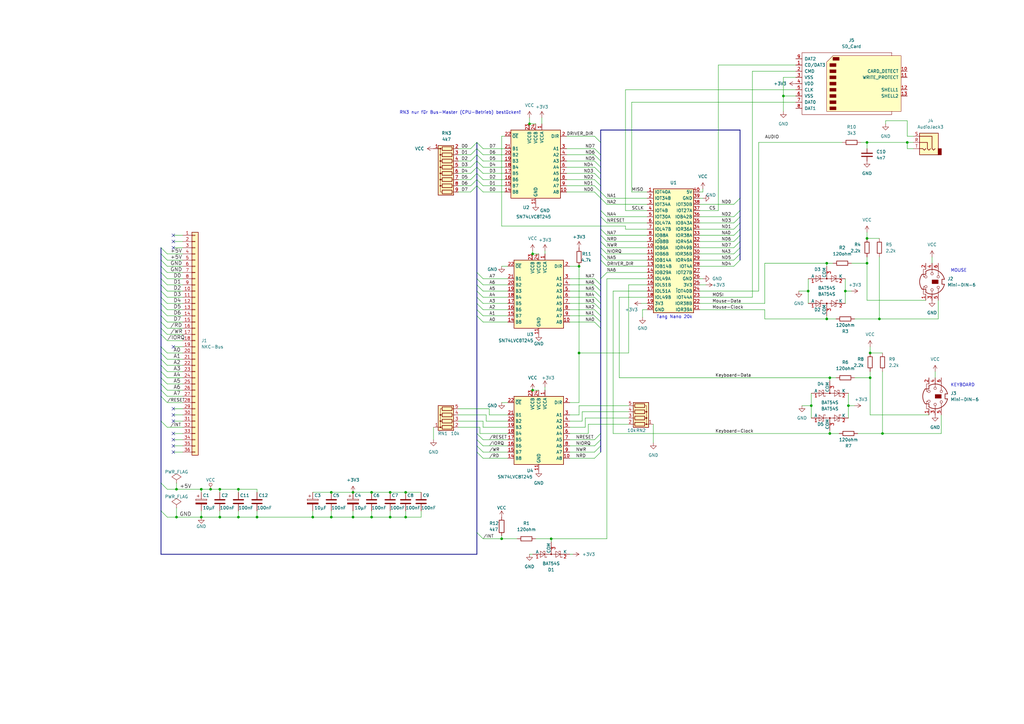
<source format=kicad_sch>
(kicad_sch (version 20250114) (generator "eeschema") (generator_version "9.0")
  (paper "A3")
  (title_block (title "GDP FPGA III") (date "23.09.2024") (rev "1.1") (company "Andreas Voggeneder"))
  (text "KEYBOARD" (at 389.89 158.75 0) (effects (font (size 1.27 1.27)) (justify left bottom)))
  (text "Tang Nano 20k" (at 269.24 130.81 0) (effects (font (size 1.27 1.27)) (justify left bottom)))
  (text "MOUSE" (at 389.89 111.76 0) (effects (font (size 1.27 1.27)) (justify left bottom)))
  (text "RN3 nur für Bus-Master (CPU-Betrieb) bestücken!" (at 163.83 46.99 0) (effects (font (size 1.27 1.27)) (justify left bottom)))
  (junction (at 340.36 177.8))
  (junction (at 97.79 200.66))
  (junction (at 339.09 107.95))
  (junction (at 128.27 212.09))
  (junction (at 355.6 58.42))
  (junction (at 339.09 130.81))
  (junction (at 218.44 160.02))
  (junction (at 135.89 201.93))
  (junction (at 82.55 212.09))
  (junction (at 355.6 107.95))
  (junction (at 135.89 212.09))
  (junction (at 144.78 212.09))
  (junction (at 356.87 144.78))
  (junction (at 160.02 212.09))
  (junction (at 144.78 201.93))
  (junction (at 355.6 97.79))
  (junction (at 166.37 201.93))
  (junction (at 86.36 200.66))
  (junction (at 347.98 166.37))
  (junction (at 361.95 177.8))
  (junction (at 152.4 212.09))
  (junction (at 218.44 104.14))
  (junction (at 97.79 212.09))
  (junction (at 346.71 119.38))
  (junction (at 226.06 220.98))
  (junction (at 332.74 166.37))
  (junction (at 237.49 109.22))
  (junction (at 340.36 154.94))
  (junction (at 217.17 50.8))
  (junction (at 152.4 201.93))
  (junction (at 72.39 212.09))
  (junction (at 237.49 144.78))
  (junction (at 331.47 119.38))
  (junction (at 321.31 39.37))
  (junction (at 90.17 212.09))
  (junction (at 82.55 200.66))
  (junction (at 72.39 200.66))
  (junction (at 90.17 200.66))
  (junction (at 360.68 130.81))
  (junction (at 205.74 220.98))
  (junction (at 160.02 201.93))
  (junction (at 356.87 154.94))
  (junction (at 105.41 212.09))
  (junction (at 166.37 212.09))
  (junction (at 372.11 58.42))
  (no_connect (at 71.12 185.42))
  (no_connect (at 71.12 172.72))
  (no_connect (at 71.12 182.88))
  (no_connect (at 71.12 170.18))
  (no_connect (at 71.12 177.8))
  (no_connect (at 71.12 180.34))
  (no_connect (at 71.12 96.52))
  (no_connect (at 71.12 101.6))
  (no_connect (at 71.12 167.64))
  (no_connect (at 71.12 142.24))
  (no_connect (at 71.12 99.06))
  (bus_entry (at 243.84 185.42) (size 2.54 -2.54))
  (bus_entry (at 243.84 66.04) (size 2.54 2.54))
  (bus_entry (at 243.84 119.38) (size 2.54 2.54))
  (bus_entry (at 243.84 127) (size 2.54 2.54))
  (bus_entry (at 195.58 63.5) (size 2.54 2.54))
  (bus_entry (at 195.58 71.12) (size 2.54 2.54))
  (bus_entry (at 66.04 101.6) (size 2.54 2.54))
  (bus_entry (at 243.84 68.58) (size 2.54 2.54))
  (bus_entry (at 243.84 187.96) (size 2.54 -2.54))
  (bus_entry (at 198.12 185.42) (size -2.54 -2.54))
  (bus_entry (at 243.84 55.88) (size 2.54 2.54))
  (bus_entry (at 195.58 127) (size 2.54 2.54))
  (bus_entry (at 195.58 71.12) (size -2.54 2.54))
  (bus_entry (at 195.58 66.04) (size 2.54 2.54))
  (bus_entry (at 195.58 76.2) (size -2.54 2.54))
  (bus_entry (at 300.99 101.6) (size 2.54 -2.54))
  (bus_entry (at 66.04 121.92) (size 2.54 2.54))
  (bus_entry (at 243.84 71.12) (size 2.54 2.54))
  (bus_entry (at 66.04 119.38) (size 2.54 2.54))
  (bus_entry (at 66.04 144.78) (size 2.54 2.54))
  (bus_entry (at 195.58 218.44) (size 2.54 2.54))
  (bus_entry (at 243.84 63.5) (size 2.54 2.54))
  (bus_entry (at 246.38 86.36) (size 2.54 2.54))
  (bus_entry (at 198.12 182.88) (size -2.54 -2.54))
  (bus_entry (at 300.99 83.82) (size 2.54 -2.54))
  (bus_entry (at 66.04 152.4) (size 2.54 2.54))
  (bus_entry (at 246.38 101.6) (size 2.54 2.54))
  (bus_entry (at 66.04 104.14) (size 2.54 2.54))
  (bus_entry (at 66.04 198.12) (size 2.54 2.54))
  (bus_entry (at 195.58 66.04) (size -2.54 2.54))
  (bus_entry (at 66.04 147.32) (size 2.54 2.54))
  (bus_entry (at 66.04 124.46) (size 2.54 2.54))
  (bus_entry (at 198.12 180.34) (size -2.54 -2.54))
  (bus_entry (at 195.58 124.46) (size 2.54 2.54))
  (bus_entry (at 246.38 99.06) (size 2.54 2.54))
  (bus_entry (at 195.58 60.96) (size -2.54 2.54))
  (bus_entry (at 66.04 132.08) (size 2.54 2.54))
  (bus_entry (at 66.04 134.62) (size 2.54 2.54))
  (bus_entry (at 243.84 116.84) (size 2.54 2.54))
  (bus_entry (at 195.58 111.76) (size 2.54 2.54))
  (bus_entry (at 195.58 73.66) (size -2.54 2.54))
  (bus_entry (at 195.58 73.66) (size 2.54 2.54))
  (bus_entry (at 300.99 99.06) (size 2.54 -2.54))
  (bus_entry (at 195.58 129.54) (size 2.54 2.54))
  (bus_entry (at 195.58 63.5) (size -2.54 2.54))
  (bus_entry (at 195.58 60.96) (size 2.54 2.54))
  (bus_entry (at 66.04 162.56) (size 2.54 2.54))
  (bus_entry (at 243.84 73.66) (size 2.54 2.54))
  (bus_entry (at 66.04 129.54) (size 2.54 2.54))
  (bus_entry (at 66.04 137.16) (size 2.54 2.54))
  (bus_entry (at 246.38 106.68) (size 2.54 2.54))
  (bus_entry (at 243.84 124.46) (size 2.54 2.54))
  (bus_entry (at 195.58 58.42) (size 2.54 2.54))
  (bus_entry (at 246.38 93.98) (size 2.54 2.54))
  (bus_entry (at 243.84 121.92) (size 2.54 2.54))
  (bus_entry (at 198.12 187.96) (size -2.54 -2.54))
  (bus_entry (at 66.04 209.55) (size 2.54 2.54))
  (bus_entry (at 246.38 114.3) (size 2.54 -2.54))
  (bus_entry (at 66.04 106.68) (size 2.54 2.54))
  (bus_entry (at 66.04 160.02) (size 2.54 2.54))
  (bus_entry (at 300.99 88.9) (size 2.54 -2.54))
  (bus_entry (at 246.38 81.28) (size 2.54 2.54))
  (bus_entry (at 66.04 114.3) (size 2.54 2.54))
  (bus_entry (at 195.58 119.38) (size 2.54 2.54))
  (bus_entry (at 300.99 96.52) (size 2.54 -2.54))
  (bus_entry (at 300.99 93.98) (size 2.54 -2.54))
  (bus_entry (at 66.04 149.86) (size 2.54 2.54))
  (bus_entry (at 243.84 132.08) (size 2.54 2.54))
  (bus_entry (at 246.38 88.9) (size 2.54 2.54))
  (bus_entry (at 66.04 127) (size 2.54 2.54))
  (bus_entry (at 195.58 68.58) (size 2.54 2.54))
  (bus_entry (at 66.04 154.94) (size 2.54 2.54))
  (bus_entry (at 300.99 91.44) (size 2.54 -2.54))
  (bus_entry (at 66.04 116.84) (size 2.54 2.54))
  (bus_entry (at 246.38 78.74) (size 2.54 2.54))
  (bus_entry (at 195.58 114.3) (size 2.54 2.54))
  (bus_entry (at 300.99 109.22) (size 2.54 -2.54))
  (bus_entry (at 246.38 96.52) (size 2.54 2.54))
  (bus_entry (at 300.99 106.68) (size 2.54 -2.54))
  (bus_entry (at 66.04 109.22) (size 2.54 2.54))
  (bus_entry (at 195.58 58.42) (size -2.54 2.54))
  (bus_entry (at 66.04 111.76) (size 2.54 2.54))
  (bus_entry (at 243.84 78.74) (size 2.54 2.54))
  (bus_entry (at 243.84 76.2) (size 2.54 2.54))
  (bus_entry (at 195.58 76.2) (size 2.54 2.54))
  (bus_entry (at 195.58 68.58) (size -2.54 2.54))
  (bus_entry (at 300.99 104.14) (size 2.54 -2.54))
  (bus_entry (at 66.04 142.24) (size 2.54 2.54))
  (bus_entry (at 66.04 172.72) (size 2.54 2.54))
  (bus_entry (at 66.04 157.48) (size 2.54 2.54))
  (bus_entry (at 243.84 129.54) (size 2.54 2.54))
  (bus_entry (at 195.58 116.84) (size 2.54 2.54))
  (bus_entry (at 243.84 60.96) (size 2.54 2.54))
  (bus_entry (at 195.58 121.92) (size 2.54 2.54))
  (bus_entry (at 246.38 104.14) (size 2.54 2.54))
  (bus_entry (at 243.84 182.88) (size 2.54 -2.54))
  (bus_entry (at 243.84 114.3) (size 2.54 2.54))
  (bus_entry (at 243.84 180.34) (size 2.54 -2.54))
  (wire (pts (xy 128.27 209.55) (xy 128.27 212.09)))
  (bus (pts (xy 66.04 147.32) (xy 66.04 149.86)))
  (bus (pts (xy 303.53 86.36) (xy 303.53 81.28)))
  (wire (pts (xy 74.93 127) (xy 68.58 127)))
  (wire (pts (xy 248.92 106.68) (xy 265.43 106.68)))
  (bus (pts (xy 195.58 129.54) (xy 195.58 177.8)))
  (wire (pts (xy 71.12 180.34) (xy 74.93 180.34)))
  (wire (pts (xy 383.54 152.4) (xy 383.54 154.94)))
  (bus (pts (xy 303.53 53.34) (xy 303.53 81.28)))
  (wire (pts (xy 208.28 177.8) (xy 196.85 177.8)))
  (wire (pts (xy 200.66 167.64) (xy 187.96 167.64)))
  (wire (pts (xy 287.02 106.68) (xy 300.99 106.68)))
  (wire (pts (xy 363.22 49.53) (xy 363.22 50.8)))
  (wire (pts (xy 198.12 114.3) (xy 208.28 114.3)))
  (wire (pts (xy 265.43 93.98) (xy 256.54 93.98)))
  (wire (pts (xy 82.55 200.66) (xy 86.36 200.66)))
  (wire (pts (xy 198.12 119.38) (xy 208.28 119.38)))
  (wire (pts (xy 311.15 58.42) (xy 311.15 119.38)))
  (wire (pts (xy 90.17 209.55) (xy 90.17 212.09)))
  (wire (pts (xy 74.93 157.48) (xy 68.58 157.48)))
  (wire (pts (xy 74.93 116.84) (xy 68.58 116.84)))
  (wire (pts (xy 74.93 109.22) (xy 68.58 109.22)))
  (wire (pts (xy 135.89 209.55) (xy 135.89 212.09)))
  (wire (pts (xy 71.12 142.24) (xy 74.93 142.24)))
  (wire (pts (xy 187.96 66.04) (xy 193.04 66.04)))
  (wire (pts (xy 233.68 172.72) (xy 238.76 172.72)))
  (wire (pts (xy 232.41 78.74) (xy 243.84 78.74)))
  (wire (pts (xy 71.12 101.6) (xy 74.93 101.6)))
  (bus (pts (xy 246.38 129.54) (xy 246.38 132.08)))
  (wire (pts (xy 313.69 127) (xy 313.69 130.81)))
  (wire (pts (xy 233.68 109.22) (xy 237.49 109.22)))
  (bus (pts (xy 246.38 177.8) (xy 246.38 180.34)))
  (wire (pts (xy 248.92 111.76) (xy 265.43 111.76)))
  (wire (pts (xy 327.66 119.38) (xy 331.47 119.38)))
  (wire (pts (xy 355.6 107.95) (xy 355.6 105.41)))
  (bus (pts (xy 246.38 88.9) (xy 246.38 93.98)))
  (wire (pts (xy 232.41 63.5) (xy 243.84 63.5)))
  (bus (pts (xy 195.58 58.42) (xy 195.58 60.96)))
  (wire (pts (xy 205.74 92.71) (xy 205.74 55.88)))
  (wire (pts (xy 287.02 116.84) (xy 289.56 116.84)))
  (bus (pts (xy 246.38 134.62) (xy 246.38 177.8)))
  (bus (pts (xy 246.38 114.3) (xy 246.38 116.84)))
  (wire (pts (xy 74.93 119.38) (xy 68.58 119.38)))
  (bus (pts (xy 246.38 78.74) (xy 246.38 76.2)))
  (wire (pts (xy 237.49 166.37) (xy 257.81 166.37)))
  (wire (pts (xy 238.76 172.72) (xy 238.76 168.91)))
  (wire (pts (xy 287.02 104.14) (xy 300.99 104.14)))
  (wire (pts (xy 208.28 172.72) (xy 199.39 172.72)))
  (wire (pts (xy 248.92 88.9) (xy 265.43 88.9)))
  (wire (pts (xy 82.55 209.55) (xy 82.55 212.09)))
  (bus (pts (xy 303.53 93.98) (xy 303.53 91.44)))
  (wire (pts (xy 68.58 152.4) (xy 74.93 152.4)))
  (bus (pts (xy 246.38 81.28) (xy 246.38 78.74)))
  (wire (pts (xy 287.02 127) (xy 313.69 127)))
  (wire (pts (xy 74.93 134.62) (xy 68.58 134.62)))
  (wire (pts (xy 384.81 130.81) (xy 360.68 130.81)))
  (wire (pts (xy 241.3 173.99) (xy 257.81 173.99)))
  (wire (pts (xy 68.58 149.86) (xy 74.93 149.86)))
  (wire (pts (xy 237.49 165.1) (xy 237.49 144.78)))
  (wire (pts (xy 152.4 209.55) (xy 152.4 212.09)))
  (wire (pts (xy 308.61 29.21) (xy 308.61 121.92)))
  (bus (pts (xy 195.58 76.2) (xy 195.58 111.76)))
  (wire (pts (xy 233.68 121.92) (xy 243.84 121.92)))
  (bus (pts (xy 195.58 111.76) (xy 195.58 114.3)))
  (wire (pts (xy 198.12 60.96) (xy 207.01 60.96)))
  (wire (pts (xy 382.27 105.41) (xy 382.27 107.95)))
  (bus (pts (xy 246.38 132.08) (xy 246.38 134.62)))
  (wire (pts (xy 187.96 68.58) (xy 193.04 68.58)))
  (wire (pts (xy 152.4 201.93) (xy 160.02 201.93)))
  (bus (pts (xy 66.04 198.12) (xy 66.04 209.55)))
  (bus (pts (xy 246.38 66.04) (xy 246.38 63.5)))
  (bus (pts (xy 303.53 104.14) (xy 303.53 101.6)))
  (wire (pts (xy 74.93 111.76) (xy 68.58 111.76)))
  (wire (pts (xy 74.93 121.92) (xy 68.58 121.92)))
  (bus (pts (xy 246.38 106.68) (xy 246.38 114.3)))
  (wire (pts (xy 198.12 180.34) (xy 208.28 180.34)))
  (wire (pts (xy 287.02 93.98) (xy 300.99 93.98)))
  (bus (pts (xy 195.58 60.96) (xy 195.58 63.5)))
  (bus (pts (xy 66.04 106.68) (xy 66.04 109.22)))
  (wire (pts (xy 332.74 161.29) (xy 332.74 166.37)))
  (wire (pts (xy 256.54 92.71) (xy 205.74 92.71)))
  (wire (pts (xy 233.68 180.34) (xy 243.84 180.34)))
  (wire (pts (xy 248.92 91.44) (xy 265.43 91.44)))
  (wire (pts (xy 346.71 114.3) (xy 346.71 119.38)))
  (wire (pts (xy 223.52 158.75) (xy 223.52 160.02)))
  (wire (pts (xy 68.58 175.26) (xy 74.93 175.26)))
  (bus (pts (xy 246.38 53.34) (xy 303.53 53.34)))
  (wire (pts (xy 254 121.92) (xy 265.43 121.92)))
  (wire (pts (xy 144.78 209.55) (xy 144.78 212.09)))
  (wire (pts (xy 71.12 170.18) (xy 74.93 170.18)))
  (wire (pts (xy 259.08 41.91) (xy 259.08 78.74)))
  (bus (pts (xy 66.04 116.84) (xy 66.04 119.38)))
  (wire (pts (xy 68.58 212.09) (xy 72.39 212.09)))
  (wire (pts (xy 198.12 132.08) (xy 208.28 132.08)))
  (bus (pts (xy 246.38 99.06) (xy 246.38 101.6)))
  (wire (pts (xy 340.36 176.53) (xy 340.36 177.8)))
  (wire (pts (xy 248.92 104.14) (xy 265.43 104.14)))
  (wire (pts (xy 347.98 161.29) (xy 347.98 166.37)))
  (wire (pts (xy 237.49 144.78) (xy 257.81 144.78)))
  (wire (pts (xy 166.37 209.55) (xy 166.37 212.09)))
  (bus (pts (xy 246.38 96.52) (xy 246.38 99.06)))
  (wire (pts (xy 187.96 76.2) (xy 193.04 76.2)))
  (wire (pts (xy 265.43 127) (xy 263.525 127)))
  (wire (pts (xy 321.31 39.37) (xy 326.39 39.37)))
  (wire (pts (xy 198.12 116.84) (xy 208.28 116.84)))
  (bus (pts (xy 195.58 119.38) (xy 195.58 121.92)))
  (wire (pts (xy 356.87 144.78) (xy 361.95 144.78)))
  (wire (pts (xy 350.52 130.81) (xy 360.68 130.81)))
  (wire (pts (xy 240.03 175.26) (xy 240.03 171.45)))
  (wire (pts (xy 208.28 175.26) (xy 198.12 175.26)))
  (wire (pts (xy 346.71 119.38) (xy 346.71 124.46)))
  (wire (pts (xy 372.11 60.96) (xy 374.65 60.96)))
  (wire (pts (xy 219.71 220.98) (xy 226.06 220.98)))
  (wire (pts (xy 233.68 127) (xy 243.84 127)))
  (wire (pts (xy 248.92 99.06) (xy 265.43 99.06)))
  (wire (pts (xy 256.54 36.83) (xy 326.39 36.83)))
  (wire (pts (xy 265.43 119.38) (xy 251.46 119.38)))
  (wire (pts (xy 248.92 81.28) (xy 265.43 81.28)))
  (wire (pts (xy 287.02 86.36) (xy 294.64 86.36)))
  (bus (pts (xy 66.04 132.08) (xy 66.04 134.62)))
  (wire (pts (xy 97.79 212.09) (xy 105.41 212.09)))
  (wire (pts (xy 86.36 200.66) (xy 90.17 200.66)))
  (bus (pts (xy 66.04 142.24) (xy 66.04 144.78)))
  (wire (pts (xy 74.93 144.78) (xy 68.58 144.78)))
  (bus (pts (xy 246.38 121.92) (xy 246.38 124.46)))
  (bus (pts (xy 195.58 116.84) (xy 195.58 119.38)))
  (wire (pts (xy 198.12 172.72) (xy 187.96 172.72)))
  (bus (pts (xy 195.58 121.92) (xy 195.58 124.46)))
  (wire (pts (xy 248.92 83.82) (xy 265.43 83.82)))
  (wire (pts (xy 207.01 66.04) (xy 198.12 66.04)))
  (wire (pts (xy 248.92 96.52) (xy 265.43 96.52)))
  (wire (pts (xy 187.96 73.66) (xy 193.04 73.66)))
  (wire (pts (xy 232.41 55.88) (xy 243.84 55.88)))
  (wire (pts (xy 287.02 88.9) (xy 300.99 88.9)))
  (wire (pts (xy 313.69 130.81) (xy 339.09 130.81)))
  (wire (pts (xy 205.74 109.22) (xy 208.28 109.22)))
  (wire (pts (xy 287.02 124.46) (xy 313.69 124.46)))
  (wire (pts (xy 198.12 73.66) (xy 207.01 73.66)))
  (bus (pts (xy 195.58 73.66) (xy 195.58 76.2)))
  (wire (pts (xy 198.12 187.96) (xy 208.28 187.96)))
  (wire (pts (xy 135.89 201.93) (xy 144.78 201.93)))
  (bus (pts (xy 195.58 218.44) (xy 195.58 227.33)))
  (wire (pts (xy 233.68 129.54) (xy 243.84 129.54)))
  (wire (pts (xy 251.46 177.8) (xy 340.36 177.8)))
  (wire (pts (xy 345.44 58.42) (xy 311.15 58.42)))
  (wire (pts (xy 381 170.18) (xy 356.87 170.18)))
  (bus (pts (xy 246.38 116.84) (xy 246.38 119.38)))
  (wire (pts (xy 72.39 208.28) (xy 72.39 212.09)))
  (wire (pts (xy 287.02 83.82) (xy 300.99 83.82)))
  (wire (pts (xy 265.43 116.84) (xy 257.81 116.84)))
  (wire (pts (xy 233.68 119.38) (xy 243.84 119.38)))
  (wire (pts (xy 363.22 49.53) (xy 372.11 49.53)))
  (wire (pts (xy 196.85 175.26) (xy 187.96 175.26)))
  (bus (pts (xy 246.38 76.2) (xy 246.38 73.66)))
  (wire (pts (xy 340.36 154.94) (xy 342.9 154.94)))
  (wire (pts (xy 372.11 49.53) (xy 372.11 55.88)))
  (wire (pts (xy 90.17 200.66) (xy 90.17 201.93)))
  (wire (pts (xy 72.39 200.66) (xy 82.55 200.66)))
  (wire (pts (xy 196.85 177.8) (xy 196.85 175.26)))
  (wire (pts (xy 217.17 50.8) (xy 219.71 50.8)))
  (wire (pts (xy 340.36 177.8) (xy 344.17 177.8)))
  (wire (pts (xy 205.74 220.98) (xy 212.09 220.98)))
  (wire (pts (xy 74.93 162.56) (xy 68.58 162.56)))
  (bus (pts (xy 66.04 129.54) (xy 66.04 132.08)))
  (wire (pts (xy 144.78 212.09) (xy 152.4 212.09)))
  (bus (pts (xy 195.58 180.34) (xy 195.58 182.88)))
  (wire (pts (xy 372.11 58.42) (xy 374.65 58.42)))
  (bus (pts (xy 66.04 104.14) (xy 66.04 106.68)))
  (wire (pts (xy 226.06 220.98) (xy 226.06 222.25)))
  (bus (pts (xy 246.38 93.98) (xy 246.38 96.52)))
  (wire (pts (xy 198.12 78.74) (xy 207.01 78.74)))
  (wire (pts (xy 144.78 201.93) (xy 152.4 201.93)))
  (wire (pts (xy 72.39 212.09) (xy 82.55 212.09)))
  (wire (pts (xy 287.02 91.44) (xy 300.99 91.44)))
  (wire (pts (xy 257.81 116.84) (xy 257.81 144.78)))
  (bus (pts (xy 66.04 149.86) (xy 66.04 152.4)))
  (bus (pts (xy 195.58 71.12) (xy 195.58 73.66)))
  (wire (pts (xy 233.68 170.18) (xy 237.49 170.18)))
  (wire (pts (xy 177.8 175.26) (xy 177.8 180.34)))
  (wire (pts (xy 198.12 76.2) (xy 207.01 76.2)))
  (wire (pts (xy 160.02 209.55) (xy 160.02 212.09)))
  (bus (pts (xy 66.04 154.94) (xy 66.04 157.48)))
  (bus (pts (xy 246.38 124.46) (xy 246.38 127)))
  (wire (pts (xy 135.89 212.09) (xy 144.78 212.09)))
  (wire (pts (xy 199.39 170.18) (xy 187.96 170.18)))
  (wire (pts (xy 360.68 130.81) (xy 360.68 105.41)))
  (wire (pts (xy 90.17 212.09) (xy 97.79 212.09)))
  (wire (pts (xy 74.93 114.3) (xy 68.58 114.3)))
  (bus (pts (xy 303.53 106.68) (xy 303.53 104.14)))
  (bus (pts (xy 66.04 160.02) (xy 66.04 162.56)))
  (wire (pts (xy 68.58 165.1) (xy 74.93 165.1)))
  (wire (pts (xy 339.09 130.81) (xy 342.9 130.81)))
  (wire (pts (xy 233.68 227.33) (xy 234.95 227.33)))
  (wire (pts (xy 326.39 31.75) (xy 321.31 31.75)))
  (wire (pts (xy 254 154.94) (xy 254 121.92)))
  (wire (pts (xy 128.27 201.93) (xy 135.89 201.93)))
  (bus (pts (xy 246.38 182.88) (xy 246.38 185.42)))
  (wire (pts (xy 172.72 209.55) (xy 172.72 212.09)))
  (bus (pts (xy 195.58 177.8) (xy 195.58 180.34)))
  (wire (pts (xy 71.12 172.72) (xy 74.93 172.72)))
  (wire (pts (xy 233.68 116.84) (xy 243.84 116.84)))
  (bus (pts (xy 66.04 119.38) (xy 66.04 121.92)))
  (wire (pts (xy 152.4 212.09) (xy 160.02 212.09)))
  (wire (pts (xy 287.02 121.92) (xy 308.61 121.92)))
  (wire (pts (xy 308.61 29.21) (xy 326.39 29.21)))
  (wire (pts (xy 356.87 142.24) (xy 356.87 144.78)))
  (wire (pts (xy 71.12 182.88) (xy 74.93 182.88)))
  (wire (pts (xy 97.79 200.66) (xy 97.79 201.93)))
  (bus (pts (xy 195.58 114.3) (xy 195.58 116.84)))
  (bus (pts (xy 246.38 101.6) (xy 246.38 104.14)))
  (bus (pts (xy 246.38 63.5) (xy 246.38 58.42)))
  (wire (pts (xy 355.6 58.42) (xy 372.11 58.42)))
  (bus (pts (xy 195.58 124.46) (xy 195.58 127)))
  (bus (pts (xy 66.04 101.6) (xy 66.04 104.14)))
  (wire (pts (xy 347.98 166.37) (xy 350.52 166.37)))
  (wire (pts (xy 199.39 172.72) (xy 199.39 170.18)))
  (bus (pts (xy 246.38 58.42) (xy 246.38 53.34)))
  (wire (pts (xy 187.96 63.5) (xy 193.04 63.5)))
  (wire (pts (xy 74.93 96.52) (xy 71.12 96.52)))
  (wire (pts (xy 259.08 78.74) (xy 265.43 78.74)))
  (wire (pts (xy 237.49 109.22) (xy 237.49 144.78)))
  (wire (pts (xy 331.47 114.3) (xy 331.47 119.38)))
  (wire (pts (xy 287.02 81.28) (xy 288.29 81.28)))
  (wire (pts (xy 72.39 198.12) (xy 72.39 200.66)))
  (bus (pts (xy 195.58 68.58) (xy 195.58 71.12)))
  (wire (pts (xy 198.12 220.98) (xy 205.74 220.98)))
  (wire (pts (xy 205.74 219.71) (xy 205.74 220.98)))
  (bus (pts (xy 195.58 66.04) (xy 195.58 68.58)))
  (wire (pts (xy 263.525 127) (xy 263.525 130.175)))
  (bus (pts (xy 303.53 88.9) (xy 303.53 86.36)))
  (bus (pts (xy 195.58 182.88) (xy 195.58 185.42)))
  (wire (pts (xy 90.17 200.66) (xy 97.79 200.66)))
  (wire (pts (xy 68.58 200.66) (xy 72.39 200.66)))
  (bus (pts (xy 246.38 180.34) (xy 246.38 182.88)))
  (wire (pts (xy 251.46 119.38) (xy 251.46 177.8)))
  (wire (pts (xy 265.43 114.3) (xy 248.92 114.3)))
  (wire (pts (xy 256.54 36.83) (xy 256.54 86.36)))
  (wire (pts (xy 198.12 185.42) (xy 208.28 185.42)))
  (wire (pts (xy 321.31 39.37) (xy 321.31 45.72)))
  (wire (pts (xy 384.81 123.19) (xy 384.81 130.81)))
  (wire (pts (xy 294.64 86.36) (xy 294.64 26.67)))
  (wire (pts (xy 90.17 212.09) (xy 82.55 212.09)))
  (bus (pts (xy 66.04 162.56) (xy 66.04 172.72)))
  (wire (pts (xy 160.02 201.93) (xy 166.37 201.93)))
  (wire (pts (xy 208.28 170.18) (xy 200.66 170.18)))
  (wire (pts (xy 198.12 121.92) (xy 208.28 121.92)))
  (wire (pts (xy 74.93 160.02) (xy 68.58 160.02)))
  (wire (pts (xy 240.03 171.45) (xy 257.81 171.45)))
  (wire (pts (xy 248.92 109.22) (xy 265.43 109.22)))
  (wire (pts (xy 198.12 182.88) (xy 208.28 182.88)))
  (wire (pts (xy 105.41 209.55) (xy 105.41 212.09)))
  (wire (pts (xy 74.93 139.7) (xy 68.58 139.7)))
  (wire (pts (xy 217.17 48.26) (xy 217.17 50.8)))
  (wire (pts (xy 226.06 220.98) (xy 248.92 220.98)))
  (wire (pts (xy 105.41 201.93) (xy 105.41 200.66)))
  (wire (pts (xy 71.12 99.06) (xy 74.93 99.06)))
  (wire (pts (xy 288.29 78.74) (xy 288.29 77.47)))
  (wire (pts (xy 238.76 168.91) (xy 257.81 168.91)))
  (wire (pts (xy 187.96 78.74) (xy 193.04 78.74)))
  (wire (pts (xy 372.11 58.42) (xy 372.11 60.96)))
  (wire (pts (xy 71.12 177.8) (xy 74.93 177.8)))
  (wire (pts (xy 256.54 86.36) (xy 265.43 86.36)))
  (wire (pts (xy 313.69 107.95) (xy 313.69 124.46)))
  (wire (pts (xy 205.74 55.88) (xy 207.01 55.88)))
  (bus (pts (xy 246.38 104.14) (xy 246.38 106.68)))
  (wire (pts (xy 349.25 107.95) (xy 355.6 107.95)))
  (wire (pts (xy 233.68 114.3) (xy 243.84 114.3)))
  (wire (pts (xy 356.87 170.18) (xy 356.87 154.94)))
  (wire (pts (xy 74.93 124.46) (xy 68.58 124.46)))
  (wire (pts (xy 232.41 71.12) (xy 243.84 71.12)))
  (wire (pts (xy 287.02 99.06) (xy 300.99 99.06)))
  (wire (pts (xy 241.3 177.8) (xy 241.3 173.99)))
  (wire (pts (xy 287.02 109.22) (xy 300.99 109.22)))
  (wire (pts (xy 187.96 60.96) (xy 193.04 60.96)))
  (bus (pts (xy 246.38 68.58) (xy 246.38 66.04)))
  (wire (pts (xy 198.12 124.46) (xy 208.28 124.46)))
  (wire (pts (xy 351.79 177.8) (xy 361.95 177.8)))
  (bus (pts (xy 246.38 71.12) (xy 246.38 68.58)))
  (bus (pts (xy 195.58 127) (xy 195.58 129.54)))
  (bus (pts (xy 66.04 172.72) (xy 66.04 198.12)))
  (wire (pts (xy 353.06 58.42) (xy 355.6 58.42)))
  (wire (pts (xy 339.09 107.95) (xy 341.63 107.95)))
  (wire (pts (xy 232.41 68.58) (xy 243.84 68.58)))
  (wire (pts (xy 232.41 60.96) (xy 243.84 60.96)))
  (wire (pts (xy 218.44 227.33) (xy 217.17 227.33)))
  (wire (pts (xy 287.02 101.6) (xy 300.99 101.6)))
  (wire (pts (xy 237.49 170.18) (xy 237.49 166.37)))
  (wire (pts (xy 166.37 212.09) (xy 172.72 212.09)))
  (wire (pts (xy 332.74 166.37) (xy 332.74 171.45)))
  (wire (pts (xy 187.96 71.12) (xy 193.04 71.12)))
  (wire (pts (xy 248.92 101.6) (xy 265.43 101.6)))
  (wire (pts (xy 287.02 78.74) (xy 288.29 78.74)))
  (wire (pts (xy 68.58 154.94) (xy 74.93 154.94)))
  (wire (pts (xy 372.11 55.88) (xy 374.65 55.88)))
  (wire (pts (xy 232.41 76.2) (xy 243.84 76.2)))
  (wire (pts (xy 233.68 175.26) (xy 240.03 175.26)))
  (wire (pts (xy 313.69 107.95) (xy 339.09 107.95)))
  (wire (pts (xy 74.93 106.68) (xy 68.58 106.68)))
  (wire (pts (xy 233.68 165.1) (xy 237.49 165.1)))
  (wire (pts (xy 262.89 124.46) (xy 265.43 124.46)))
  (wire (pts (xy 331.47 119.38) (xy 331.47 124.46)))
  (wire (pts (xy 71.12 185.42) (xy 74.93 185.42)))
  (wire (pts (xy 74.93 137.16) (xy 68.58 137.16)))
  (wire (pts (xy 355.6 97.79) (xy 360.68 97.79)))
  (wire (pts (xy 321.31 31.75) (xy 321.31 39.37)))
  (wire (pts (xy 347.98 166.37) (xy 347.98 171.45)))
  (bus (pts (xy 246.38 119.38) (xy 246.38 121.92)))
  (wire (pts (xy 328.93 166.37) (xy 332.74 166.37)))
  (wire (pts (xy 218.44 102.87) (xy 218.44 104.14)))
  (wire (pts (xy 254 154.94) (xy 340.36 154.94)))
  (wire (pts (xy 326.39 41.91) (xy 259.08 41.91)))
  (bus (pts (xy 66.04 114.3) (xy 66.04 116.84)))
  (bus (pts (xy 303.53 91.44) (xy 303.53 88.9)))
  (wire (pts (xy 128.27 212.09) (xy 135.89 212.09)))
  (wire (pts (xy 248.92 114.3) (xy 248.92 220.98)))
  (wire (pts (xy 198.12 129.54) (xy 208.28 129.54)))
  (bus (pts (xy 246.38 81.28) (xy 246.38 86.36)))
  (bus (pts (xy 66.04 127) (xy 66.04 129.54)))
  (wire (pts (xy 379.73 123.19) (xy 355.6 123.19)))
  (wire (pts (xy 205.74 165.1) (xy 208.28 165.1)))
  (wire (pts (xy 74.93 147.32) (xy 68.58 147.32)))
  (wire (pts (xy 198.12 127) (xy 208.28 127)))
  (wire (pts (xy 74.93 132.08) (xy 68.58 132.08)))
  (wire (pts (xy 350.52 154.94) (xy 356.87 154.94)))
  (bus (pts (xy 195.58 185.42) (xy 195.58 218.44)))
  (wire (pts (xy 232.41 66.04) (xy 243.84 66.04)))
  (wire (pts (xy 232.41 73.66) (xy 243.84 73.66)))
  (wire (pts (xy 340.36 156.21) (xy 340.36 154.94)))
  (bus (pts (xy 246.38 127) (xy 246.38 129.54)))
  (bus (pts (xy 195.58 63.5) (xy 195.58 66.04)))
  (bus (pts (xy 66.04 227.33) (xy 195.58 227.33)))
  (wire (pts (xy 287.02 114.3) (xy 288.29 114.3)))
  (bus (pts (xy 66.04 137.16) (xy 66.04 142.24)))
  (wire (pts (xy 105.41 212.09) (xy 128.27 212.09)))
  (wire (pts (xy 198.12 68.58) (xy 207.01 68.58)))
  (wire (pts (xy 97.79 209.55) (xy 97.79 212.09)))
  (wire (pts (xy 160.02 212.09) (xy 166.37 212.09)))
  (wire (pts (xy 355.6 58.42) (xy 355.6 60.96)))
  (wire (pts (xy 82.55 201.93) (xy 82.55 200.66)))
  (bus (pts (xy 66.04 157.48) (xy 66.04 160.02)))
  (wire (pts (xy 223.52 102.87) (xy 223.52 104.14)))
  (wire (pts (xy 356.87 154.94) (xy 356.87 152.4)))
  (wire (pts (xy 361.95 177.8) (xy 361.95 152.4)))
  (wire (pts (xy 233.68 132.08) (xy 243.84 132.08)))
  (wire (pts (xy 287.02 96.52) (xy 300.99 96.52)))
  (wire (pts (xy 71.12 167.64) (xy 74.93 167.64)))
  (wire (pts (xy 339.09 109.22) (xy 339.09 107.95)))
  (wire (pts (xy 198.12 63.5) (xy 207.01 63.5)))
  (wire (pts (xy 222.25 48.26) (xy 222.25 50.8)))
  (wire (pts (xy 166.37 201.93) (xy 172.72 201.93)))
  (bus (pts (xy 303.53 99.06) (xy 303.53 96.52)))
  (wire (pts (xy 233.68 182.88) (xy 243.84 182.88)))
  (bus (pts (xy 66.04 209.55) (xy 66.04 227.33)))
  (bus (pts (xy 66.04 109.22) (xy 66.04 111.76)))
  (bus (pts (xy 66.04 124.46) (xy 66.04 127)))
  (wire (pts (xy 233.68 177.8) (xy 241.3 177.8)))
  (wire (pts (xy 97.79 200.66) (xy 105.41 200.66)))
  (bus (pts (xy 66.04 111.76) (xy 66.04 114.3)))
  (bus (pts (xy 303.53 96.52) (xy 303.53 93.98)))
  (bus (pts (xy 246.38 73.66) (xy 246.38 71.12)))
  (bus (pts (xy 66.04 121.92) (xy 66.04 124.46)))
  (wire (pts (xy 267.97 181.61) (xy 267.97 173.99)))
  (wire (pts (xy 355.6 95.25) (xy 355.6 97.79)))
  (wire (pts (xy 218.44 104.14) (xy 220.98 104.14)))
  (wire (pts (xy 339.09 129.54) (xy 339.09 130.81)))
  (wire (pts (xy 386.08 170.18) (xy 386.08 177.8)))
  (wire (pts (xy 355.6 123.19) (xy 355.6 107.95)))
  (wire (pts (xy 256.54 93.98) (xy 256.54 92.71)))
  (bus (pts (xy 246.38 86.36) (xy 246.38 88.9)))
  (wire (pts (xy 287.02 119.38) (xy 311.15 119.38)))
  (wire (pts (xy 218.44 160.02) (xy 220.98 160.02)))
  (bus (pts (xy 66.04 152.4) (xy 66.04 154.94)))
  (bus (pts (xy 303.53 101.6) (xy 303.53 99.06)))
  (wire (pts (xy 74.93 129.54) (xy 68.58 129.54)))
  (bus (pts (xy 66.04 144.78) (xy 66.04 147.32)))
  (wire (pts (xy 386.08 177.8) (xy 361.95 177.8)))
  (wire (pts (xy 200.66 170.18) (xy 200.66 167.64)))
  (wire (pts (xy 198.12 175.26) (xy 198.12 172.72)))
  (wire (pts (xy 346.71 119.38) (xy 349.25 119.38)))
  (wire (pts (xy 198.12 71.12) (xy 207.01 71.12)))
  (wire (pts (xy 74.93 104.14) (xy 68.58 104.14)))
  (wire (pts (xy 233.68 185.42) (xy 243.84 185.42)))
  (wire (pts (xy 233.68 187.96) (xy 243.84 187.96)))
  (bus (pts (xy 66.04 134.62) (xy 66.04 137.16)))
  (wire (pts (xy 294.64 26.67) (xy 326.39 26.67)))
  (wire (pts (xy 233.68 124.46) (xy 243.84 124.46)))
  (label "D4" (at 200.66 68.58 0))
  (label "{slash}RD" (at 200.66 187.96 0))
  (label "A5" (at 200.66 119.38 0))
  (label "A0" (at 200.66 132.08 0))
  (label "ND2" (at 295.91 88.9 0))
  (label "D7" (at 200.66 60.96 0))
  (label "ND0" (at 239.395 78.74 0))
  (label "SCLK" (at 259.08 86.36 0))
  (label "NRD" (at 236.22 187.96 0))
  (label "{slash}INT" (at 69.85 175.26 0))
  (label "NA3" (at 240.03 124.46 0))
  (label "{slash}RESET" (at 200.66 180.34 0))
  (label "/WR" (at 69.85 137.16 0) (effects (font (size 1.524 1.524))))
  (label "NIORQ" (at 248.92 104.14 0))
  (label "D3" (at 189.23 68.58 0))
  (label "D6" (at 189.23 76.2 0))
  (label "D5" (at 200.66 66.04 0))
  (label "{slash}INT" (at 198.12 220.98 0))
  (label "NIORQ" (at 236.22 182.88 0))
  (label "D3" (at 200.66 71.12 0))
  (label "GND" (at 69.85 109.22 0) (effects (font (size 1.524 1.524))))
  (label "D3" (at 71.12 121.92 0) (effects (font (size 1.524 1.524))))
  (label "NA2" (at 240.03 127 0))
  (label "DRIVER_DIR" (at 232.41 55.88 0))
  (label "DRIVER_DIR" (at 248.92 109.22 0))
  (label "A2" (at 200.66 127 0))
  (label "NA1" (at 240.03 129.54 0))
  (label "D1" (at 200.66 76.2 0))
  (label "D1" (at 189.23 63.5 0))
  (label "MOSI" (at 292.1 121.92 0))
  (label "NA0" (at 295.91 96.52 0))
  (label "D0" (at 200.66 78.74 0))
  (label "ND4" (at 239.395 68.58 0))
  (label "A7" (at 200.66 114.3 0))
  (label "+5V" (at 69.85 104.14 0) (effects (font (size 1.524 1.524))))
  (label "A1" (at 71.12 147.32 0) (effects (font (size 1.524 1.524))))
  (label "GND" (at 73.66 212.09 0) (effects (font (size 1.524 1.524))))
  (label "+5V" (at 69.85 106.68 0) (effects (font (size 1.524 1.524))))
  (label "A2" (at 71.12 149.86 0) (effects (font (size 1.524 1.524))))
  (label "A3" (at 200.66 124.46 0))
  (label "ND3" (at 239.395 71.12 0))
  (label "GND" (at 69.85 111.76 0) (effects (font (size 1.524 1.524))))
  (label "ND1" (at 239.395 76.2 0))
  (label "{slash}IORQ" (at 200.66 182.88 0))
  (label "NRESET" (at 248.92 91.44 0))
  (label "NA6" (at 240.03 116.84 0))
  (label "Mouse-Clock" (at 292.1 127 0))
  (label "A4" (at 71.12 154.94 0) (effects (font (size 1.524 1.524))))
  (label "ND1" (at 295.91 93.98 0))
  (label "A1" (at 200.66 129.54 0))
  (label "ND6" (at 240.03 63.5 0))
  (label "D0" (at 71.12 114.3 0) (effects (font (size 1.524 1.524))))
  (label "+5V" (at 73.66 200.66 0) (effects (font (size 1.524 1.524))))
  (label "ND7" (at 240.03 60.96 0))
  (label "ND2" (at 239.395 73.66 0))
  (label "NA4" (at 240.03 121.92 0))
  (label "NA4" (at 248.92 88.9 0))
  (label "Keyboard-Clock" (at 293.37 177.8 0))
  (label "NWR" (at 248.92 101.6 0))
  (label "D4" (at 189.23 71.12 0))
  (label "NRESET" (at 236.22 180.34 0))
  (label "Mouse-Data" (at 292.1 124.46 0))
  (label "D7" (at 189.23 78.74 0))
  (label "A4" (at 200.66 121.92 0))
  (label "ND3" (at 295.91 91.44 0))
  (label "NA7" (at 248.92 96.52 0))
  (label "A5" (at 71.12 157.48 0) (effects (font (size 1.524 1.524))))
  (label "NA2" (at 248.92 83.82 0))
  (label "NA6" (at 248.92 111.76 0))
  (label "NWR" (at 236.22 185.42 0))
  (label "D5" (at 71.12 127 0) (effects (font (size 1.524 1.524))))
  (label "/RD" (at 69.85 134.62 0) (effects (font (size 1.524 1.524))))
  (label "ND7" (at 295.91 101.6 0))
  (label "NRD" (at 248.92 99.06 0))
  (label "D2" (at 200.66 73.66 0))
  (label "Keyboard-Data" (at 293.37 154.94 0))
  (label "ND4" (at 295.91 109.22 0))
  (label "NA5" (at 248.92 106.68 0))
  (label "D2" (at 71.12 119.38 0) (effects (font (size 1.524 1.524))))
  (label "A6" (at 200.66 116.84 0))
  (label "A6" (at 71.12 160.02 0) (effects (font (size 1.524 1.524))))
  (label "A0" (at 71.12 144.78 0) (effects (font (size 1.524 1.524))))
  (label "D2" (at 189.23 66.04 0))
  (label "NA5" (at 240.03 119.38 0))
  (label "D7" (at 71.12 132.08 0) (effects (font (size 1.524 1.524))))
  (label "ND5" (at 295.91 106.68 0))
  (label "ND5" (at 240.03 66.04 0))
  (label "NA0" (at 240.03 132.08 0))
  (label "D1" (at 71.12 116.84 0) (effects (font (size 1.524 1.524))))
  (label "AUDIO" (at 313.69 57.15 0))
  (label "NA1" (at 248.92 81.28 0))
  (label "D6" (at 71.12 129.54 0) (effects (font (size 1.524 1.524))))
  (label "{slash}WR" (at 200.66 185.42 0))
  (label "ND0" (at 295.91 83.82 0))
  (label "MISO" (at 259.08 78.74 0))
  (label "D0" (at 189.23 60.96 0))
  (label "A3" (at 71.12 152.4 0) (effects (font (size 1.524 1.524))))
  (label "D4" (at 71.12 124.46 0) (effects (font (size 1.524 1.524))))
  (label "D6" (at 200.66 63.5 0))
  (label "D5" (at 189.23 73.66 0))
  (label "A7" (at 71.12 162.56 0) (effects (font (size 1.524 1.524))))
  (label "/IORQ" (at 68.58 139.7 0) (effects (font (size 1.524 1.524))))
  (label "ND6" (at 295.91 99.06 0))
  (label "{slash}RESET" (at 68.58 165.1 0))
  (label "CS" (at 290.83 86.36 0))
  (label "NA3" (at 295.91 104.14 0))
  (label "NA7" (at 240.03 114.3 0))
  (symbol (lib_id "power:GND") (at 382.27 123.19 0) (unit 1)
    (property "Reference" "#PWR024" (effects (hide yes)))
    (property "Value" "GND" (at 382.27 128.27 0))
  )
  (symbol (lib_id "PCM_SL_Resistors:120ohm") (at 345.44 107.95 0) (unit 1)
    (property "Reference" "R2" (at 345.44 101.6 0))
    (property "Value" "120ohm" (at 345.44 104.14 0))
    (property "Footprint" "Resistor_SMD:R_1206_3216Metric" (effects (hide yes)))
  )
  (symbol (lib_id "power:VCC") (at 218.44 160.02 0) (unit 1)
    (property "Reference" "#PWR040" (effects (hide yes)))
    (property "Value" "VCC" (at 218.44 154.94 0))
  )
  (symbol (lib_id "Diode:BAT54S") (at 340.36 171.45 0) (unit 1)
    (property "Reference" "D5" (at 336.55 173.99 0))
    (property "Value" "BAT54S" (at 340.36 167.64 0))
    (property "Footprint" "Package_TO_SOT_SMD:SOT-23" (effects (hide yes)))
    (property "Datasheet" "https://www.diodes.com/assets/Datasheets/ds11005.pdf" (effects (hide yes)))
  )
  (symbol (lib_id "power:+3V3") (at 234.95 227.33 270) (mirror x) (unit 1)
    (property "Reference" "#PWR021" (effects (hide yes)))
    (property "Value" "+3V3" (at 238.76 227.33 90) (effects (justify left)))
  )
  (symbol (lib_id "power:GND") (at 328.93 166.37 0) (unit 1)
    (property "Reference" "#PWR027" (effects (hide yes)))
    (property "Value" "GND" (at 328.93 171.45 0))
  )
  (symbol (lib_id "Connector:SD_Card") (at 349.25 34.29 0) (unit 1)
    (property "Reference" "J5" (at 349.25 16.51 0))
    (property "Value" "SD_Card" (at 349.25 19.05 0))
    (property "Footprint" "Connector_Card:SD_Hirose_DM1AA_SF_PEJ82" (effects (hide yes)))
    (property "Datasheet" "http://portal.fciconnect.com/Comergent//fci/drawing/10067847.pdf" (effects (hide yes)))
  )
  (symbol (lib_id "PCM_SL_Resistors:2.2k") (at 360.68 101.6 90) (unit 1)
    (property "Reference" "R5" (at 363.22 100.33 90) (effects (justify right)))
    (property "Value" "2.2k" (at 363.22 102.87 90) (effects (justify right)))
    (property "Footprint" "Resistor_SMD:R_1206_3216Metric" (effects (hide yes)))
  )
  (symbol (lib_id "power:GND") (at 355.6 66.04 0) (unit 1)
    (property "Reference" "#PWR033" (effects (hide yes)))
    (property "Value" "GND" (at 355.6 71.12 0))
  )
  (symbol (lib_id "ioe_enh-rescue:PWR_FLAG") (at 72.39 198.12 0) (unit 1)
    (property "Reference" "#FLG01" (effects (hide yes)))
    (property "Value" "PWR_FLAG" (at 72.39 193.548 0))
  )
  (symbol (lib_id "power:GND") (at 219.71 83.82 0) (unit 1)
    (property "Reference" "#PWR05" (effects (hide yes)))
    (property "Value" "GND" (at 223.52 86.36 0))
  )
  (symbol (lib_id "PCM_SL_Resistors:120ohm") (at 346.71 154.94 0) (unit 1)
    (property "Reference" "R6" (at 346.71 148.59 0))
    (property "Value" "120ohm" (at 346.71 151.13 0))
    (property "Footprint" "Resistor_SMD:R_1206_3216Metric" (effects (hide yes)))
  )
  (symbol (lib_id "power:GND") (at 288.29 81.28 90) (unit 1)
    (property "Reference" "#PWR08" (effects (hide yes)))
    (property "Value" "GND" (at 289.56 80.01 90) (effects (justify right)))
  )
  (symbol (lib_id "Logic_LevelTranslator:SN74AVC8T245PW") (at 220.98 119.38 0) (mirror y) (unit 1)
    (property "Reference" "U3" (at 218.7859 137.16 0) (effects (justify left)))
    (property "Value" "SN74LVC8T245" (at 218.7859 139.7 0) (effects (justify left)))
    (property "Footprint" "Package_SO:SOIC-24W_7.5x15.4mm_P1.27mm" (effects (hide yes)))
    (property "Datasheet" "https://www.ti.com/lit/ds/symlink/sn74avc8t245.pdf" (effects (hide yes)))
  )
  (symbol (lib_id "power:GND") (at 321.31 45.72 0) (unit 1)
    (property "Reference" "#PWR035" (effects (hide yes)))
    (property "Value" "GND" (at 321.31 50.8 0))
  )
  (symbol (lib_id "power:+3V3") (at 144.78 201.93 0) (unit 1)
    (property "Reference" "#PWR019" (effects (hide yes)))
    (property "Value" "+3V3" (at 144.78 196.85 0))
  )
  (symbol (lib_id "power:+3V3") (at 237.49 101.6 0) (unit 1)
    (property "Reference" "#PWR016" (effects (hide yes)))
    (property "Value" "+3V3" (at 237.49 97.155 0))
  )
  (symbol (lib_id "power:VCC") (at 217.17 48.26 0) (unit 1)
    (property "Reference" "#PWR038" (effects (hide yes)))
    (property "Value" "VCC" (at 217.17 43.18 0))
  )
  (symbol (lib_id "power:VCC") (at 177.8 60.96 90) (unit 1)
    (property "Reference" "#PWR034" (effects (hide yes)))
    (property "Value" "VCC" (at 173.99 60.96 90) (effects (justify left)))
  )
  (symbol (lib_id "Connector_Audio:AudioJack3") (at 379.73 58.42 0) (mirror y) (unit 1)
    (property "Reference" "J4" (at 381.635 49.53 0))
    (property "Value" "AudioJack3" (at 381.635 52.07 0))
    (property "Footprint" "Connector_Audio:Jack_3.5mm_Ledino_KB3SPRS_Horizontal" (effects (hide yes)))
  )
  (symbol (lib_id "power:GND") (at 263.525 130.175 0) (unit 1)
    (property "Reference" "#PWR06" (effects (hide yes)))
    (property "Value" "GND" (at 263.525 134.62 0))
  )
  (symbol (lib_id "Logic_LevelTranslator:SN74AVC8T245PW") (at 219.71 66.04 0) (mirror y) (unit 1)
    (property "Reference" "U2" (at 217.17 85.09 0) (effects (justify left)))
    (property "Value" "SN74LVC8T245" (at 226.06 88.9 0) (effects (justify left)))
    (property "Footprint" "Package_SO:SOIC-24W_7.5x15.4mm_P1.27mm" (effects (hide yes)))
    (property "Datasheet" "https://www.ti.com/lit/ds/symlink/sn74avc8t245.pdf" (effects (hide yes)))
  )
  (symbol (lib_id "ioe_enh-rescue:PWR_FLAG") (at 72.39 208.28 0) (unit 1)
    (property "Reference" "#FLG02" (effects (hide yes)))
    (property "Value" "PWR_FLAG" (at 72.39 203.708 0))
  )
  (symbol (lib_id "power:+3V3") (at 223.52 102.87 0) (unit 1)
    (property "Reference" "#PWR011" (effects (hide yes)))
    (property "Value" "+3V3" (at 223.52 98.425 0))
  )
  (symbol (lib_id "Logic_LevelTranslator:SN74AVC8T245PW") (at 220.98 175.26 0) (mirror y) (unit 1)
    (property "Reference" "U4" (at 218.7859 193.04 0) (effects (justify left)))
    (property "Value" "SN74LVC8T245" (at 218.44 195.58 0) (effects (justify left)))
    (property "Footprint" "Package_SO:SOIC-24W_7.5x15.4mm_P1.27mm" (effects (hide yes)))
    (property "Datasheet" "https://www.ti.com/lit/ds/symlink/sn74avc8t245.pdf" (effects (hide yes)))
  )
  (symbol (lib_id "Device:R") (at 205.74 215.9 0) (unit 1)
    (property "Reference" "R12" (at 200.66 214.63 0) (effects (justify left)))
    (property "Value" "4k7" (at 200.66 217.17 0) (effects (justify left)))
    (property "Footprint" "Resistor_SMD:R_1206_3216Metric" (effects (hide yes)))
  )
  (symbol (lib_id "power:+3V3") (at 262.89 124.46 90) (unit 1)
    (property "Reference" "#PWR013" (effects (hide yes)))
    (property "Value" "+3V3" (at 261.62 127 90) (effects (justify left)))
  )
  (symbol (lib_id "power:+3V3") (at 326.39 34.29 90) (unit 1)
    (property "Reference" "#PWR036" (effects (hide yes)))
    (property "Value" "+3V3" (at 322.58 34.29 90) (effects (justify left)))
  )
  (symbol (lib_id "ioe_enh-rescue:C") (at 105.41 205.74 0) (unit 1)
    (property "Reference" "C12" (at 106.045 203.2 0) (effects (justify left)))
    (property "Value" "100nF" (at 105.41 208.28 0) (effects (justify left)))
    (property "Footprint" "Capacitor_SMD:C_1206_3216Metric" (effects (hide yes)))
  )
  (symbol (lib_id "power:VCC") (at 383.54 152.4 0) (unit 1)
    (property "Reference" "#PWR030" (effects (hide yes)))
    (property "Value" "VCC" (at 383.54 147.32 0))
  )
  (symbol (lib_id "power:GND") (at 363.22 50.8 0) (unit 1)
    (property "Reference" "#PWR032" (effects (hide yes)))
    (property "Value" "GND" (at 363.22 55.88 0))
  )
  (symbol (lib_id "ioe_enh-rescue:C") (at 90.17 205.74 0) (unit 1)
    (property "Reference" "C2" (at 90.805 203.2 0) (effects (justify left)))
    (property "Value" "100nF" (at 90.17 208.28 0) (effects (justify left)))
    (property "Footprint" "Capacitor_SMD:C_1206_3216Metric" (effects (hide yes)))
  )
  (symbol (lib_id "Device:R_Network08") (at 182.88 71.12 90) (mirror x) (unit 1)
    (property "Reference" "RN3" (at 183.134 54.61 90))
    (property "Value" "4k7" (at 183.134 57.15 90))
    (property "Footprint" "Resistor_THT:R_Array_SIP9" (effects (hide yes)))
    (property "Datasheet" "http://www.vishay.com/docs/31509/csc.pdf" (effects (hide yes)))
  )
  (symbol (lib_id "ioe_enh-rescue:C") (at 172.72 205.74 0) (unit 1)
    (property "Reference" "C9" (at 173.355 203.2 0) (effects (justify left)))
    (property "Value" "100nF" (at 172.72 208.28 0) (effects (justify left)))
    (property "Footprint" "Capacitor_SMD:C_1206_3216Metric" (effects (hide yes)))
  )
  (symbol (lib_id "PCM_SL_Resistors:2.2k") (at 356.87 148.59 270) (mirror x) (unit 1)
    (property "Reference" "R8" (at 354.33 147.32 90) (effects (justify right)))
    (property "Value" "2.2k" (at 354.33 149.86 90) (effects (justify right)))
    (property "Footprint" "Resistor_SMD:R_1206_3216Metric" (effects (hide yes)))
  )
  (symbol (lib_id "power:+3V3") (at 223.52 158.75 0) (unit 1)
    (property "Reference" "#PWR012" (effects (hide yes)))
    (property "Value" "+3V3" (at 224.79 154.94 0))
  )
  (symbol (lib_id "power:VCC") (at 355.6 95.25 0) (unit 1)
    (property "Reference" "#PWR026" (effects (hide yes)))
    (property "Value" "VCC" (at 355.6 90.17 0))
  )
  (symbol (lib_id "power:VCC") (at 218.44 102.87 0) (unit 1)
    (property "Reference" "#PWR018" (effects (hide yes)))
    (property "Value" "VCC" (at 218.44 97.79 0))
  )
  (symbol (lib_id "Connector:Mini-DIN-6") (at 382.27 115.57 270) (unit 1)
    (property "Reference" "J2" (at 388.62 114.3177 90) (effects (justify left)))
    (property "Value" "Mini-DIN-6" (at 388.62 116.8577 90) (effects (justify left)))
    (property "Footprint" "Library:Connector_Mini-DIN_Female_6Pin_2rows" (effects (hide yes)))
    (property "Datasheet" "http://service.powerdynamics.com/ec/Catalog17/Section%2011.pdf" (effects (hide yes)))
  )
  (symbol (lib_id "PCM_SL_Resistors:120ohm") (at 347.98 177.8 0) (unit 1)
    (property "Reference" "R7" (at 347.98 182.88 0))
    (property "Value" "120ohm" (at 347.98 180.34 0))
    (property "Footprint" "Resistor_SMD:R_1206_3216Metric" (effects (hide yes)))
  )
  (symbol (lib_id "power:+3V3") (at 350.52 166.37 270) (unit 1)
    (property "Reference" "#PWR028" (effects (hide yes)))
    (property "Value" "+3V3" (at 350.52 163.83 90) (effects (justify left)))
  )
  (symbol (lib_id "power:GND") (at 177.8 180.34 0) (unit 1)
    (property "Reference" "#PWR015" (effects (hide yes)))
    (property "Value" "GND" (at 177.8 185.42 0))
  )
  (symbol (lib_id "PCM_SL_Resistors:2.2k") (at 355.6 101.6 270) (mirror x) (unit 1)
    (property "Reference" "R4" (at 353.06 100.33 90) (effects (justify right)))
    (property "Value" "2.2k" (at 353.06 102.87 90) (effects (justify right)))
    (property "Footprint" "Resistor_SMD:R_1206_3216Metric" (effects (hide yes)))
  )
  (symbol (lib_id "ioe_enh-rescue:CP") (at 82.55 205.74 0) (unit 1)
    (property "Reference" "C1" (at 83.185 203.2 0) (effects (justify left)))
    (property "Value" "10µF" (at 83.185 208.28 0) (effects (justify left)))
    (property "Footprint" "Capacitor_Tantalum_SMD:CP_EIA-3528-21_Kemet-B" (effects (hide yes)))
  )
  (symbol (lib_id "Connector:Mini-DIN-6") (at 383.54 162.56 270) (unit 1)
    (property "Reference" "J3" (at 389.89 161.3077 90) (effects (justify left)))
    (property "Value" "Mini-DIN-6" (at 389.89 163.8477 90) (effects (justify left)))
    (property "Footprint" "Library:Connector_Mini-DIN_Female_6Pin_2rows" (effects (hide yes)))
    (property "Datasheet" "http://service.powerdynamics.com/ec/Catalog17/Section%2011.pdf" (effects (hide yes)))
  )
  (symbol (lib_id "Diode:BAT54S") (at 226.06 227.33 0) (mirror x) (unit 1)
    (property "Reference" "D1" (at 226.06 233.68 0))
    (property "Value" "BAT54S" (at 226.06 231.14 0))
    (property "Footprint" "Package_TO_SOT_SMD:SOT-23" (effects (hide yes)))
    (property "Datasheet" "https://www.diodes.com/assets/Datasheets/ds11005.pdf" (effects (hide yes)))
  )
  (symbol (lib_id "power:GND") (at 220.98 193.04 0) (unit 1)
    (property "Reference" "#PWR01" (effects (hide yes)))
    (property "Value" "GND" (at 220.98 198.12 0))
  )
  (symbol (lib_id "power:GND") (at 288.29 114.3 90) (unit 1)
    (property "Reference" "#PWR07" (effects (hide yes)))
    (property "Value" "GND" (at 292.1 114.3 90) (effects (justify right)))
  )
  (symbol (lib_id "Connector_Generic:Conn_01x36") (at 80.01 139.7 0) (unit 1)
    (property "Reference" "J1" (at 82.55 139.7 0) (effects (justify left)))
    (property "Value" "NKC-Bus" (at 82.55 142.24 0) (effects (justify left)))
    (property "Footprint" "Library:PinHeader_1x36_P2.54mm_Horizontal" (effects (hide yes)))
  )
  (symbol (lib_id "ioe_enh-rescue:C") (at 160.02 205.74 0) (unit 1)
    (property "Reference" "C7" (at 160.655 203.2 0) (effects (justify left)))
    (property "Value" "100nF" (at 160.02 208.28 0) (effects (justify left)))
    (property "Footprint" "Capacitor_SMD:C_1206_3216Metric" (effects (hide yes)))
  )
  (symbol (lib_id "power:+3V3") (at 289.56 116.84 270) (unit 1)
    (property "Reference" "#PWR014" (effects (hide yes)))
    (property "Value" "+3V3" (at 292.1 116.84 90) (effects (justify left)))
  )
  (symbol (lib_id "PCM_SL_Resistors:2.2k") (at 361.95 148.59 90) (unit 1)
    (property "Reference" "R9" (at 364.49 147.32 90) (effects (justify right)))
    (property "Value" "2.2k" (at 364.49 149.86 90) (effects (justify right)))
    (property "Footprint" "Resistor_SMD:R_1206_3216Metric" (effects (hide yes)))
  )
  (symbol (lib_id "power:GND") (at 267.97 181.61 0) (unit 1)
    (property "Reference" "#PWR017" (effects (hide yes)))
    (property "Value" "GND" (at 267.97 186.69 0))
  )
  (symbol (lib_id "Device:R_Network04") (at 262.89 168.91 270) (mirror x) (unit 1)
    (property "Reference" "RN2" (at 262.89 176.53 90))
    (property "Value" "10k" (at 259.08 176.53 90))
    (property "Footprint" "Resistor_THT:R_Array_SIP5" (effects (hide yes)))
    (property "Datasheet" "http://www.vishay.com/docs/31509/csc.pdf" (effects (hide yes)))
  )
  (symbol (lib_id "Diode:BAT54S") (at 339.09 114.3 0) (mirror x) (unit 1)
    (property "Reference" "D3" (at 335.28 110.49 0))
    (property "Value" "BAT54S" (at 339.09 118.11 0))
    (property "Footprint" "Package_TO_SOT_SMD:SOT-23" (effects (hide yes)))
    (property "Datasheet" "https://www.diodes.com/assets/Datasheets/ds11005.pdf" (effects (hide yes)))
  )
  (symbol (lib_id "power:VCC") (at 288.29 77.47 0) (unit 1)
    (property "Reference" "#PWR09" (effects (hide yes)))
    (property "Value" "VCC" (at 288.29 72.39 0))
  )
  (symbol (lib_id "ioe_enh-rescue:C") (at 152.4 205.74 0) (unit 1)
    (property "Reference" "C6" (at 153.035 203.2 0) (effects (justify left)))
    (property "Value" "100nF" (at 152.4 208.28 0) (effects (justify left)))
    (property "Footprint" "Capacitor_SMD:C_1206_3216Metric" (effects (hide yes)))
  )
  (symbol (lib_id "power:GND") (at 205.74 165.1 0) (unit 1)
    (property "Reference" "#PWR039" (effects (hide yes)))
    (property "Value" "GND" (at 201.93 166.37 0))
  )
  (symbol (lib_id "PCM_SL_Devices:Resistor") (at 349.25 58.42 0) (unit 1)
    (property "Reference" "R10" (at 349.25 52.07 0))
    (property "Value" "3k3" (at 349.25 54.61 0))
    (property "Footprint" "Resistor_SMD:R_1206_3216Metric" (effects (hide yes)))
  )
  (symbol (lib_id "power:VCC") (at 356.87 142.24 0) (unit 1)
    (property "Reference" "#PWR029" (effects (hide yes)))
    (property "Value" "VCC" (at 356.87 137.16 0))
  )
  (symbol (lib_id "power:GND") (at 217.17 227.33 0) (unit 1)
    (property "Reference" "#PWR020" (effects (hide yes)))
    (property "Value" "GND" (at 217.17 232.41 0))
  )
  (symbol (lib_id "Diode:BAT54S") (at 340.36 161.29 0) (mirror x) (unit 1)
    (property "Reference" "D4" (at 336.55 157.48 0))
    (property "Value" "BAT54S" (at 340.36 165.1 0))
    (property "Footprint" "Package_TO_SOT_SMD:SOT-23" (effects (hide yes)))
    (property "Datasheet" "https://www.diodes.com/assets/Datasheets/ds11005.pdf" (effects (hide yes)))
  )
  (symbol (lib_id "Diode:BAT54S") (at 339.09 124.46 0) (unit 1)
    (property "Reference" "D2" (at 335.28 127 0))
    (property "Value" "BAT54S" (at 339.09 120.65 0))
    (property "Footprint" "Package_TO_SOT_SMD:SOT-23" (effects (hide yes)))
    (property "Datasheet" "https://www.diodes.com/assets/Datasheets/ds11005.pdf" (effects (hide yes)))
  )
  (symbol (lib_id "ioe_enh-rescue:CP") (at 144.78 205.74 0) (unit 1)
    (property "Reference" "C4" (at 145.415 203.2 0) (effects (justify left)))
    (property "Value" "10µF" (at 145.415 208.28 0) (effects (justify left)))
    (property "Footprint" "Capacitor_Tantalum_SMD:CP_EIA-3528-21_Kemet-B" (effects (hide yes)))
  )
  (symbol (lib_id "mylib:Tang Nano 20K") (at 270.51 97.79 0) (unit 1)
    (property "Reference" "U1" (at 276.225 74.93 0))
    (property "Value" "~" (at 270.51 97.79 0))
    (property "Footprint" "Custom_Footprints:DIP-40_W20.3mm_Socket" (effects (hide yes)))
  )
  (symbol (lib_id "ioe_enh-rescue:CP") (at 128.27 205.74 0) (unit 1)
    (property "Reference" "C3" (at 128.905 203.2 0) (effects (justify left)))
    (property "Value" "10µF" (at 128.905 208.28 0) (effects (justify left)))
    (property "Footprint" "Capacitor_Tantalum_SMD:CP_EIA-3528-21_Kemet-B" (effects (hide yes)))
  )
  (symbol (lib_id "ioe_enh-rescue:VCC") (at 86.36 200.66 0) (unit 1)
    (property "Reference" "#PWR03" (effects (hide yes)))
    (property "Value" "VCC" (at 86.36 196.85 0))
  )
  (symbol (lib_id "PCM_SL_Devices:Capacitor_NP") (at 355.6 63.5 270) (unit 1)
    (property "Reference" "C10" (at 359.41 62.23 90) (effects (justify left)))
    (property "Value" "4n7" (at 359.41 64.77 90) (effects (justify left)))
    (property "Footprint" "Capacitor_SMD:C_1206_3216Metric" (effects (hide yes)))
  )
  (symbol (lib_id "power:GND") (at 327.66 119.38 0) (unit 1)
    (property "Reference" "#PWR022" (effects (hide yes)))
    (property "Value" "GND" (at 327.66 124.46 0))
  )
  (symbol (lib_id "ioe_enh-rescue:GND") (at 82.55 212.09 0) (unit 1)
    (property "Reference" "#PWR02" (effects (hide yes)))
    (property "Value" "GND" (at 82.55 215.9 0))
  )
  (symbol (lib_id "PCM_SL_Resistors:2.2k") (at 237.49 105.41 270) (mirror x) (unit 1)
    (property "Reference" "R11" (at 242.57 104.14 90) (effects (justify right)))
    (property "Value" "4.7k" (at 242.57 106.68 90) (effects (justify right)))
    (property "Footprint" "Resistor_SMD:R_1206_3216Metric" (effects (hide yes)))
  )
  (symbol (lib_id "PCM_SL_Resistors:120ohm") (at 346.71 130.81 0) (unit 1)
    (property "Reference" "R3" (at 346.71 135.89 0))
    (property "Value" "120ohm" (at 346.71 133.35 0))
    (property "Footprint" "Resistor_SMD:R_1206_3216Metric" (effects (hide yes)))
  )
  (symbol (lib_id "power:GND") (at 220.98 137.16 0) (unit 1)
    (property "Reference" "#PWR04" (effects (hide yes)))
    (property "Value" "GND" (at 220.98 140.97 0))
  )
  (symbol (lib_id "power:+3V3") (at 222.25 48.26 0) (unit 1)
    (property "Reference" "#PWR010" (effects (hide yes)))
    (property "Value" "+3V3" (at 222.25 43.815 0))
  )
  (symbol (lib_id "power:+3V3") (at 349.25 119.38 270) (unit 1)
    (property "Reference" "#PWR023" (effects (hide yes)))
    (property "Value" "+3V3" (at 347.98 116.84 90) (effects (justify left)))
  )
  (symbol (lib_id "power:VCC") (at 205.74 212.09 0) (unit 1)
    (property "Reference" "#PWR037" (effects (hide yes)))
    (property "Value" "VCC" (at 205.74 208.28 0))
  )
  (symbol (lib_id "ioe_enh-rescue:C") (at 97.79 205.74 0) (unit 1)
    (property "Reference" "C11" (at 98.425 203.2 0) (effects (justify left)))
    (property "Value" "100nF" (at 97.79 208.28 0) (effects (justify left)))
    (property "Footprint" "Capacitor_SMD:C_1206_3216Metric" (effects (hide yes)))
  )
  (symbol (lib_id "PCM_SL_Resistors:120ohm") (at 215.9 220.98 0) (unit 1)
    (property "Reference" "R1" (at 215.9 214.63 0))
    (property "Value" "120ohm" (at 215.9 217.17 0))
    (property "Footprint" "Resistor_SMD:R_1206_3216Metric" (effects (hide yes)))
  )
  (symbol (lib_id "power:GND") (at 205.74 109.22 0) (unit 1)
    (property "Reference" "#PWR041" (effects (hide yes)))
    (property "Value" "GND" (at 201.93 110.49 0))
  )
  (symbol (lib_id "Device:R_Network04") (at 182.88 170.18 90) (unit 1)
    (property "Reference" "RN1" (at 181.61 177.8 90))
    (property "Value" "10k" (at 186.69 177.8 90))
    (property "Footprint" "Resistor_THT:R_Array_SIP5" (effects (hide yes)))
    (property "Datasheet" "http://www.vishay.com/docs/31509/csc.pdf" (effects (hide yes)))
  )
  (symbol (lib_id "power:VCC") (at 382.27 105.41 0) (unit 1)
    (property "Reference" "#PWR025" (effects (hide yes)))
    (property "Value" "VCC" (at 382.27 100.33 0))
  )
  (symbol (lib_id "power:GND") (at 383.54 170.18 0) (unit 1)
    (property "Reference" "#PWR031" (effects (hide yes)))
    (property "Value" "GND" (at 383.54 175.26 0))
  )
  (symbol (lib_id "ioe_enh-rescue:C") (at 166.37 205.74 0) (unit 1)
    (property "Reference" "C8" (at 167.005 203.2 0) (effects (justify left)))
    (property "Value" "100nF" (at 166.37 208.28 0) (effects (justify left)))
    (property "Footprint" "Capacitor_SMD:C_1206_3216Metric" (effects (hide yes)))
  )
  (symbol (lib_id "ioe_enh-rescue:C") (at 135.89 205.74 0) (unit 1)
    (property "Reference" "C5" (at 136.525 203.2 0) (effects (justify left)))
    (property "Value" "100nF" (at 135.89 208.28 0) (effects (justify left)))
    (property "Footprint" "Capacitor_SMD:C_1206_3216Metric" (effects (hide yes)))
  )
)
</source>
